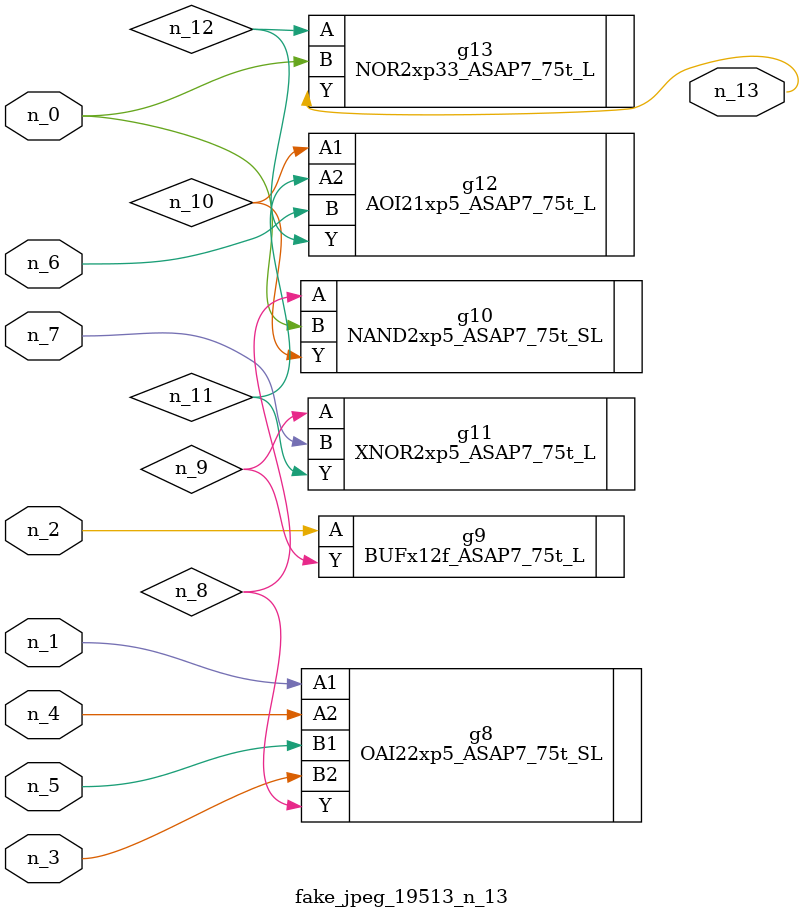
<source format=v>
module fake_jpeg_19513_n_13 (n_3, n_2, n_1, n_0, n_4, n_6, n_5, n_7, n_13);

input n_3;
input n_2;
input n_1;
input n_0;
input n_4;
input n_6;
input n_5;
input n_7;

output n_13;

wire n_11;
wire n_10;
wire n_12;
wire n_8;
wire n_9;

OAI22xp5_ASAP7_75t_SL g8 ( 
.A1(n_1),
.A2(n_4),
.B1(n_5),
.B2(n_3),
.Y(n_8)
);

BUFx12f_ASAP7_75t_L g9 ( 
.A(n_2),
.Y(n_9)
);

NAND2xp5_ASAP7_75t_SL g10 ( 
.A(n_8),
.B(n_0),
.Y(n_10)
);

AOI21xp5_ASAP7_75t_L g12 ( 
.A1(n_10),
.A2(n_11),
.B(n_6),
.Y(n_12)
);

XNOR2xp5_ASAP7_75t_L g11 ( 
.A(n_9),
.B(n_7),
.Y(n_11)
);

NOR2xp33_ASAP7_75t_L g13 ( 
.A(n_12),
.B(n_0),
.Y(n_13)
);


endmodule
</source>
